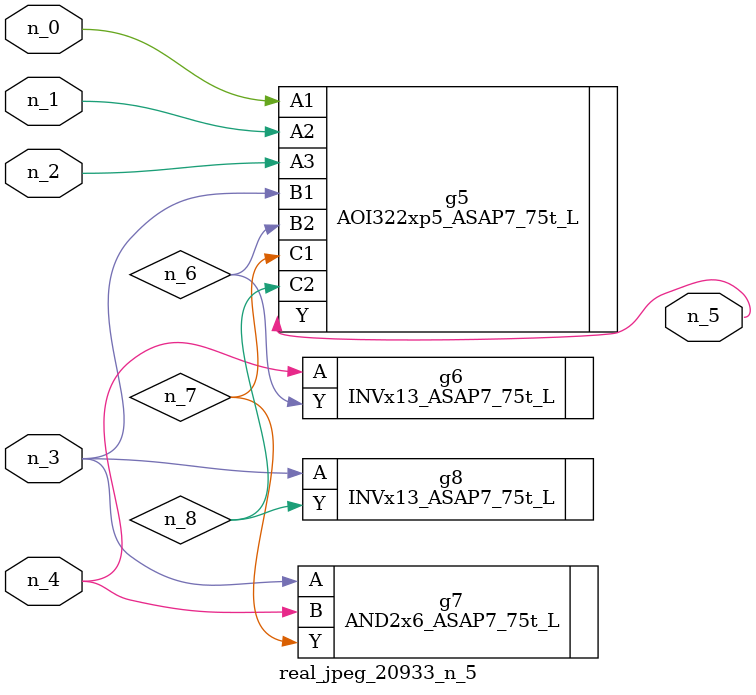
<source format=v>
module real_jpeg_20933_n_5 (n_4, n_0, n_1, n_2, n_3, n_5);

input n_4;
input n_0;
input n_1;
input n_2;
input n_3;

output n_5;

wire n_8;
wire n_6;
wire n_7;

AOI322xp5_ASAP7_75t_L g5 ( 
.A1(n_0),
.A2(n_1),
.A3(n_2),
.B1(n_3),
.B2(n_6),
.C1(n_7),
.C2(n_8),
.Y(n_5)
);

AND2x6_ASAP7_75t_L g7 ( 
.A(n_3),
.B(n_4),
.Y(n_7)
);

INVx13_ASAP7_75t_L g8 ( 
.A(n_3),
.Y(n_8)
);

INVx13_ASAP7_75t_L g6 ( 
.A(n_4),
.Y(n_6)
);


endmodule
</source>
